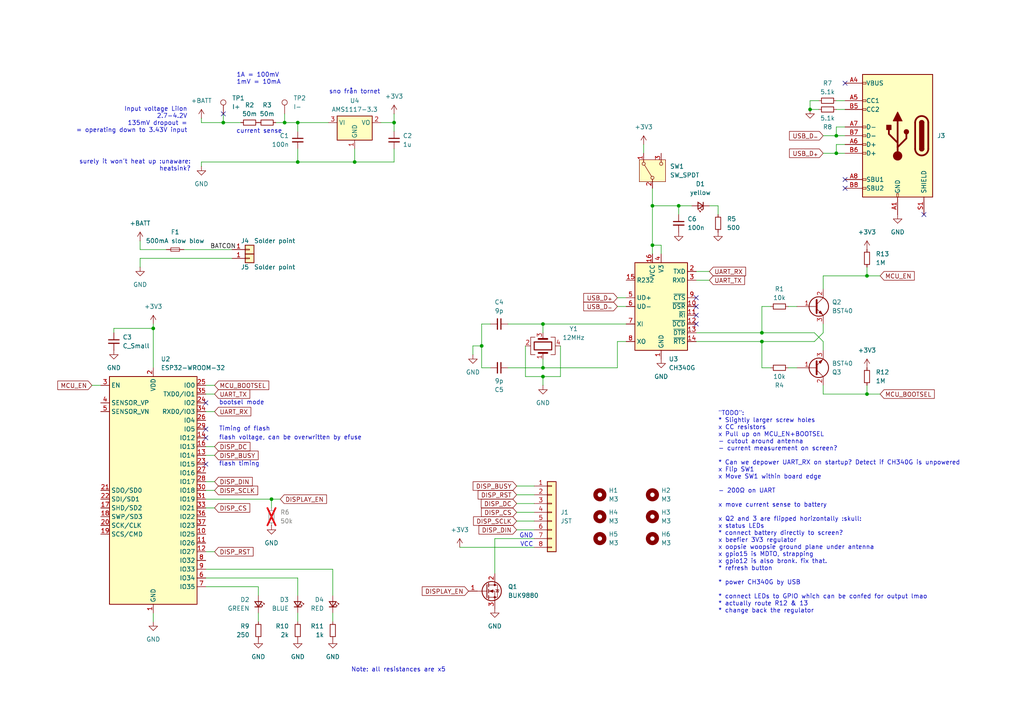
<source format=kicad_sch>
(kicad_sch (version 20231120) (generator "eeschema") (generator_version "8.0")
  (paper "A4")
  (lib_symbols
    (symbol "Connector:TestPoint" (pin_numbers hide) (pin_names (offset 0.762) hide)
      (property "Reference" "TP" (at 0 6.858 0))
      (property "Value" "TestPoint" (at 0 5.08 0))
      (symbol "TestPoint_0_1"
        (circle (center 0 3.302) (radius 0.762))
      )
      (symbol "TestPoint_1_1"
        (pin passive line (at 0 0 90) (length 2.54) (name "1") (number "1"))
      )
    )
    (symbol "Connector:USB_C_Receptacle_USB2.0_16P" (pin_names (offset 1.016))
      (property "Reference" "J" (at 0 22.225 0))
      (property "Value" "USB_C_Receptacle_USB2.0_16P" (at 0 19.685 0))
      (symbol "USB_C_Receptacle_USB2.0_16P_0_0"
        (rectangle (start -0.254 -17.78) (end 0.254 -16.764))
        (rectangle (start 10.16 -14.986) (end 9.144 -15.494))
        (rectangle (start 10.16 -12.446) (end 9.144 -12.954))
        (rectangle (start 10.16 -4.826) (end 9.144 -5.334))
        (rectangle (start 10.16 -2.286) (end 9.144 -2.794))
        (rectangle (start 10.16 0.254) (end 9.144 -0.254))
        (rectangle (start 10.16 2.794) (end 9.144 2.286))
        (rectangle (start 10.16 7.874) (end 9.144 7.366))
        (rectangle (start 10.16 10.414) (end 9.144 9.906))
        (rectangle (start 10.16 15.494) (end 9.144 14.986))
      )
      (symbol "USB_C_Receptacle_USB2.0_16P_0_1"
        (rectangle (start -10.16 17.78) (end 10.16 -17.78) (stroke (width 0.254)) (fill (type background)))
        (arc (start -8.89 -3.81) (mid -6.985 -5.7067) (end -5.08 -3.81) (stroke (width 0.508)))
        (arc (start -7.62 -3.81) (mid -6.985 -4.4423) (end -6.35 -3.81) (stroke (width 0.254)))
        (arc (start -7.62 -3.81) (mid -6.985 -4.4423) (end -6.35 -3.81) (stroke (width 0.254)) (fill (type outline)))
        (rectangle (start -7.62 -3.81) (end -6.35 3.81) (stroke (width 0.254)) (fill (type outline)))
        (arc (start -6.35 3.81) (mid -6.985 4.4423) (end -7.62 3.81) (stroke (width 0.254)))
        (arc (start -6.35 3.81) (mid -6.985 4.4423) (end -7.62 3.81) (stroke (width 0.254)) (fill (type outline)))
        (arc (start -5.08 3.81) (mid -6.985 5.7067) (end -8.89 3.81) (stroke (width 0.508)))
        (circle (center -2.54 1.143) (radius 0.635) (stroke (width 0.254)) (fill (type outline)))
        (circle (center 0 -5.842) (radius 1.27) (fill (type outline)))
        (polyline (pts (xy -8.89 -3.81) (xy -8.89 3.81)) (stroke (width 0.508)))
        (polyline (pts (xy -5.08 3.81) (xy -5.08 -3.81)) (stroke (width 0.508)))
        (polyline (pts (xy 0 -5.842) (xy 0 4.318)) (stroke (width 0.508)))
        (polyline (pts (xy 0 -3.302) (xy -2.54 -0.762) (xy -2.54 0.508)) (stroke (width 0.508)))
        (polyline (pts (xy 0 -2.032) (xy 2.54 0.508) (xy 2.54 1.778)) (stroke (width 0.508)))
        (polyline (pts (xy -1.27 4.318) (xy 0 6.858) (xy 1.27 4.318) (xy -1.27 4.318)) (stroke (width 0.254)) (fill (type outline)))
        (rectangle (start 1.905 1.778) (end 3.175 3.048) (stroke (width 0.254)) (fill (type outline)))
      )
      (symbol "USB_C_Receptacle_USB2.0_16P_1_1"
        (pin passive line (at 0 -22.86 90) (length 5.08) (name "GND") (number "A1"))
        (pin passive line (at 0 -22.86 90) (length 5.08) hide (name "GND") (number "A12"))
        (pin passive line (at 15.24 15.24 180) (length 5.08) (name "VBUS") (number "A4"))
        (pin bidirectional line (at 15.24 10.16 180) (length 5.08) (name "CC1") (number "A5"))
        (pin bidirectional line (at 15.24 -2.54 180) (length 5.08) (name "D+") (number "A6"))
        (pin bidirectional line (at 15.24 2.54 180) (length 5.08) (name "D-") (number "A7"))
        (pin bidirectional line (at 15.24 -12.7 180) (length 5.08) (name "SBU1") (number "A8"))
        (pin passive line (at 15.24 15.24 180) (length 5.08) hide (name "VBUS") (number "A9"))
        (pin passive line (at 0 -22.86 90) (length 5.08) hide (name "GND") (number "B1"))
        (pin passive line (at 0 -22.86 90) (length 5.08) hide (name "GND") (number "B12"))
        (pin passive line (at 15.24 15.24 180) (length 5.08) hide (name "VBUS") (number "B4"))
        (pin bidirectional line (at 15.24 7.62 180) (length 5.08) (name "CC2") (number "B5"))
        (pin bidirectional line (at 15.24 -5.08 180) (length 5.08) (name "D+") (number "B6"))
        (pin bidirectional line (at 15.24 0 180) (length 5.08) (name "D-") (number "B7"))
        (pin bidirectional line (at 15.24 -15.24 180) (length 5.08) (name "SBU2") (number "B8"))
        (pin passive line (at 15.24 15.24 180) (length 5.08) hide (name "VBUS") (number "B9"))
        (pin passive line (at -7.62 -22.86 90) (length 5.08) (name "SHIELD") (number "S1"))
      )
    )
    (symbol "Connector_Generic:Conn_01x01" (pin_names (offset 1.016) hide)
      (property "Reference" "J" (at 0 2.54 0))
      (property "Value" "Conn_01x01" (at 0 -2.54 0))
      (symbol "Conn_01x01_1_1"
        (rectangle (start -1.27 0.127) (end 0 -0.127) (stroke (width 0.1524)))
        (rectangle (start -1.27 1.27) (end 1.27 -1.27) (stroke (width 0.254)) (fill (type background)))
        (pin passive line (at -5.08 0 0) (length 3.81) (name "Pin_1") (number "1"))
      )
    )
    (symbol "Connector_Generic:Conn_01x08" (pin_names (offset 1.016) hide)
      (property "Reference" "J" (at 0 10.16 0))
      (property "Value" "Conn_01x08" (at 0 -12.7 0))
      (symbol "Conn_01x08_1_1"
        (rectangle (start -1.27 -10.033) (end 0 -10.287) (stroke (width 0.1524)))
        (rectangle (start -1.27 -7.493) (end 0 -7.747) (stroke (width 0.1524)))
        (rectangle (start -1.27 -4.953) (end 0 -5.207) (stroke (width 0.1524)))
        (rectangle (start -1.27 -2.413) (end 0 -2.667) (stroke (width 0.1524)))
        (rectangle (start -1.27 0.127) (end 0 -0.127) (stroke (width 0.1524)))
        (rectangle (start -1.27 2.667) (end 0 2.413) (stroke (width 0.1524)))
        (rectangle (start -1.27 5.207) (end 0 4.953) (stroke (width 0.1524)))
        (rectangle (start -1.27 7.747) (end 0 7.493) (stroke (width 0.1524)))
        (rectangle (start -1.27 8.89) (end 1.27 -11.43) (stroke (width 0.254)) (fill (type background)))
        (pin passive line (at -5.08 7.62 0) (length 3.81) (name "Pin_1") (number "1"))
        (pin passive line (at -5.08 5.08 0) (length 3.81) (name "Pin_2") (number "2"))
        (pin passive line (at -5.08 2.54 0) (length 3.81) (name "Pin_3") (number "3"))
        (pin passive line (at -5.08 0 0) (length 3.81) (name "Pin_4") (number "4"))
        (pin passive line (at -5.08 -2.54 0) (length 3.81) (name "Pin_5") (number "5"))
        (pin passive line (at -5.08 -5.08 0) (length 3.81) (name "Pin_6") (number "6"))
        (pin passive line (at -5.08 -7.62 0) (length 3.81) (name "Pin_7") (number "7"))
        (pin passive line (at -5.08 -10.16 0) (length 3.81) (name "Pin_8") (number "8"))
      )
    )
    (symbol "Device:C_Small" (pin_numbers hide) (pin_names (offset 0.254) hide)
      (property "Reference" "C" (at 0.254 1.778 0))
      (property "Value" "C_Small" (at 0.254 -2.032 0))
      (symbol "C_Small_0_1"
        (polyline (pts (xy -1.524 -0.508) (xy 1.524 -0.508)) (stroke (width 0.3302)))
        (polyline (pts (xy -1.524 0.508) (xy 1.524 0.508)) (stroke (width 0.3048)))
      )
      (symbol "C_Small_1_1"
        (pin passive line (at 0 2.54 270) (length 2.032) (name "~") (number "1"))
        (pin passive line (at 0 -2.54 90) (length 2.032) (name "~") (number "2"))
      )
    )
    (symbol "Device:Crystal_GND24" (pin_names (offset 1.016) hide)
      (property "Reference" "Y" (at 3.175 5.08 0))
      (property "Value" "Crystal_GND24" (at 3.175 3.175 0))
      (symbol "Crystal_GND24_0_1"
        (rectangle (start -1.143 2.54) (end 1.143 -2.54) (stroke (width 0.3048)))
        (polyline (pts (xy -2.54 0) (xy -2.032 0)))
        (polyline (pts (xy -2.032 -1.27) (xy -2.032 1.27)) (stroke (width 0.508)))
        (polyline (pts (xy 0 -3.81) (xy 0 -3.556)))
        (polyline (pts (xy 0 3.556) (xy 0 3.81)))
        (polyline (pts (xy 2.032 -1.27) (xy 2.032 1.27)) (stroke (width 0.508)))
        (polyline (pts (xy 2.032 0) (xy 2.54 0)))
        (polyline (pts (xy -2.54 -2.286) (xy -2.54 -3.556) (xy 2.54 -3.556) (xy 2.54 -2.286)))
        (polyline (pts (xy -2.54 2.286) (xy -2.54 3.556) (xy 2.54 3.556) (xy 2.54 2.286)))
      )
      (symbol "Crystal_GND24_1_1"
        (pin passive line (at -3.81 0 0) (length 1.27) (name "1") (number "1"))
        (pin passive line (at 0 5.08 270) (length 1.27) (name "2") (number "2"))
        (pin passive line (at 3.81 0 180) (length 1.27) (name "3") (number "3"))
        (pin passive line (at 0 -5.08 90) (length 1.27) (name "4") (number "4"))
      )
    )
    (symbol "Device:Fuse_Small" (pin_numbers hide) (pin_names (offset 0.254) hide)
      (property "Reference" "F" (at 0 -1.524 0))
      (property "Value" "Fuse_Small" (at 0 1.524 0))
      (symbol "Fuse_Small_0_1"
        (rectangle (start -1.27 0.508) (end 1.27 -0.508))
        (polyline (pts (xy -1.27 0) (xy 1.27 0)))
      )
      (symbol "Fuse_Small_1_1"
        (pin passive line (at -2.54 0 0) (length 1.27) (name "~") (number "1"))
        (pin passive line (at 2.54 0 180) (length 1.27) (name "~") (number "2"))
      )
    )
    (symbol "Device:LED_Small" (pin_numbers hide) (pin_names (offset 0.254) hide)
      (property "Reference" "D" (at -1.27 3.175 0))
      (property "Value" "LED_Small" (at -4.445 -2.54 0))
      (symbol "LED_Small_0_1"
        (polyline (pts (xy -0.762 -1.016) (xy -0.762 1.016)) (stroke (width 0.254)))
        (polyline (pts (xy 1.016 0) (xy -0.762 0)))
        (polyline (pts (xy 0.762 -1.016) (xy -0.762 0) (xy 0.762 1.016) (xy 0.762 -1.016)) (stroke (width 0.254)))
        (polyline (pts (xy 0 0.762) (xy -0.508 1.27) (xy -0.254 1.27) (xy -0.508 1.27) (xy -0.508 1.016)))
        (polyline (pts (xy 0.508 1.27) (xy 0 1.778) (xy 0.254 1.778) (xy 0 1.778) (xy 0 1.524)))
      )
      (symbol "LED_Small_1_1"
        (pin passive line (at -2.54 0 0) (length 1.778) (name "K") (number "1"))
        (pin passive line (at 2.54 0 180) (length 1.778) (name "A") (number "2"))
      )
    )
    (symbol "Device:Q_NPN_BCE" (pin_names (offset 0) hide)
      (property "Reference" "Q" (at 5.08 1.27 0))
      (property "Value" "Q_NPN_BCE" (at 5.08 -1.27 0))
      (symbol "Q_NPN_BCE_0_1"
        (polyline (pts (xy 0.635 0.635) (xy 2.54 2.54)))
        (polyline (pts (xy 0.635 -0.635) (xy 2.54 -2.54) (xy 2.54 -2.54)))
        (polyline (pts (xy 0.635 1.905) (xy 0.635 -1.905) (xy 0.635 -1.905)) (stroke (width 0.508)))
        (polyline (pts (xy 1.27 -1.778) (xy 1.778 -1.27) (xy 2.286 -2.286) (xy 1.27 -1.778) (xy 1.27 -1.778)) (fill (type outline)))
        (circle (center 1.27 0) (radius 2.8194) (stroke (width 0.254)))
      )
      (symbol "Q_NPN_BCE_1_1"
        (pin input line (at -5.08 0 0) (length 5.715) (name "B") (number "1"))
        (pin passive line (at 2.54 5.08 270) (length 2.54) (name "C") (number "2"))
        (pin passive line (at 2.54 -5.08 90) (length 2.54) (name "E") (number "3"))
      )
    )
    (symbol "Device:R_Small" (pin_numbers hide) (pin_names (offset 0.254) hide)
      (property "Reference" "R" (at 0.762 0.508 0))
      (property "Value" "R_Small" (at 0.762 -1.016 0))
      (symbol "R_Small_0_1"
        (rectangle (start -0.762 1.778) (end 0.762 -1.778) (stroke (width 0.2032)))
      )
      (symbol "R_Small_1_1"
        (pin passive line (at 0 2.54 270) (length 0.762) (name "~") (number "1"))
        (pin passive line (at 0 -2.54 90) (length 0.762) (name "~") (number "2"))
      )
    )
    (symbol "Interface_USB:CH340G"
      (property "Reference" "U" (at -5.08 13.97 0))
      (property "Value" "CH340G" (at 1.27 13.97 0))
      (symbol "CH340G_0_1"
        (rectangle (start -7.62 12.7) (end 7.62 -12.7) (stroke (width 0.254)) (fill (type background)))
      )
      (symbol "CH340G_1_1"
        (pin power_in line (at 0 -15.24 90) (length 2.54) (name "GND") (number "1"))
        (pin input line (at 10.16 0 180) (length 2.54) (name "~{DSR}") (number "10"))
        (pin input line (at 10.16 -2.54 180) (length 2.54) (name "~{RI}") (number "11"))
        (pin input line (at 10.16 -5.08 180) (length 2.54) (name "~{DCD}") (number "12"))
        (pin output line (at 10.16 -7.62 180) (length 2.54) (name "~{DTR}") (number "13"))
        (pin output line (at 10.16 -10.16 180) (length 2.54) (name "~{RTS}") (number "14"))
        (pin input line (at -10.16 7.62 0) (length 2.54) (name "R232") (number "15"))
        (pin power_in line (at -2.54 15.24 270) (length 2.54) (name "VCC") (number "16"))
        (pin output line (at 10.16 10.16 180) (length 2.54) (name "TXD") (number "2"))
        (pin input line (at 10.16 7.62 180) (length 2.54) (name "RXD") (number "3"))
        (pin power_out line (at 0 15.24 270) (length 2.54) (name "V3") (number "4"))
        (pin bidirectional line (at -10.16 2.54 0) (length 2.54) (name "UD+") (number "5"))
        (pin bidirectional line (at -10.16 0 0) (length 2.54) (name "UD-") (number "6"))
        (pin input line (at -10.16 -5.08 0) (length 2.54) (name "XI") (number "7"))
        (pin output line (at -10.16 -10.16 0) (length 2.54) (name "XO") (number "8"))
        (pin input line (at 10.16 2.54 180) (length 2.54) (name "~{CTS}") (number "9"))
      )
    )
    (symbol "Mechanical:MountingHole" (pin_names (offset 1.016)) (exclude_from_sim yes) (in_bom no)
      (property "Reference" "H" (at 0 5.08 0))
      (property "Value" "MountingHole" (at 0 3.175 0))
      (symbol "MountingHole_0_1"
        (circle (center 0 0) (radius 1.27) (stroke (width 1.27)))
      )
    )
    (symbol "RF_Module:ESP32-WROOM-32"
      (property "Reference" "U" (at -12.7 34.29 0))
      (property "Value" "ESP32-WROOM-32" (at 1.27 34.29 0))
      (symbol "ESP32-WROOM-32_0_1"
        (rectangle (start -12.7 33.02) (end 12.7 -33.02) (stroke (width 0.254)) (fill (type background)))
      )
      (symbol "ESP32-WROOM-32_1_1"
        (pin power_in line (at 0 -35.56 90) (length 2.54) (name "GND") (number "1"))
        (pin bidirectional line (at 15.24 -12.7 180) (length 2.54) (name "IO25") (number "10"))
        (pin bidirectional line (at 15.24 -15.24 180) (length 2.54) (name "IO26") (number "11"))
        (pin bidirectional line (at 15.24 -17.78 180) (length 2.54) (name "IO27") (number "12"))
        (pin bidirectional line (at 15.24 10.16 180) (length 2.54) (name "IO14") (number "13"))
        (pin bidirectional line (at 15.24 15.24 180) (length 2.54) (name "IO12") (number "14"))
        (pin passive line (at 0 -35.56 90) (length 2.54) hide (name "GND") (number "15"))
        (pin bidirectional line (at 15.24 12.7 180) (length 2.54) (name "IO13") (number "16"))
        (pin bidirectional line (at -15.24 -5.08 0) (length 2.54) (name "SHD/SD2") (number "17"))
        (pin bidirectional line (at -15.24 -7.62 0) (length 2.54) (name "SWP/SD3") (number "18"))
        (pin bidirectional line (at -15.24 -12.7 0) (length 2.54) (name "SCS/CMD") (number "19"))
        (pin power_in line (at 0 35.56 270) (length 2.54) (name "VDD") (number "2"))
        (pin bidirectional line (at -15.24 -10.16 0) (length 2.54) (name "SCK/CLK") (number "20"))
        (pin bidirectional line (at -15.24 0 0) (length 2.54) (name "SDO/SD0") (number "21"))
        (pin bidirectional line (at -15.24 -2.54 0) (length 2.54) (name "SDI/SD1") (number "22"))
        (pin bidirectional line (at 15.24 7.62 180) (length 2.54) (name "IO15") (number "23"))
        (pin bidirectional line (at 15.24 25.4 180) (length 2.54) (name "IO2") (number "24"))
        (pin bidirectional line (at 15.24 30.48 180) (length 2.54) (name "IO0") (number "25"))
        (pin bidirectional line (at 15.24 20.32 180) (length 2.54) (name "IO4") (number "26"))
        (pin bidirectional line (at 15.24 5.08 180) (length 2.54) (name "IO16") (number "27"))
        (pin bidirectional line (at 15.24 2.54 180) (length 2.54) (name "IO17") (number "28"))
        (pin bidirectional line (at 15.24 17.78 180) (length 2.54) (name "IO5") (number "29"))
        (pin input line (at -15.24 30.48 0) (length 2.54) (name "EN") (number "3"))
        (pin bidirectional line (at 15.24 0 180) (length 2.54) (name "IO18") (number "30"))
        (pin bidirectional line (at 15.24 -2.54 180) (length 2.54) (name "IO19") (number "31"))
        (pin no_connect line (at -12.7 -27.94 0) (length 2.54) hide (name "NC") (number "32"))
        (pin bidirectional line (at 15.24 -5.08 180) (length 2.54) (name "IO21") (number "33"))
        (pin bidirectional line (at 15.24 22.86 180) (length 2.54) (name "RXD0/IO3") (number "34"))
        (pin bidirectional line (at 15.24 27.94 180) (length 2.54) (name "TXD0/IO1") (number "35"))
        (pin bidirectional line (at 15.24 -7.62 180) (length 2.54) (name "IO22") (number "36"))
        (pin bidirectional line (at 15.24 -10.16 180) (length 2.54) (name "IO23") (number "37"))
        (pin passive line (at 0 -35.56 90) (length 2.54) hide (name "GND") (number "38"))
        (pin passive line (at 0 -35.56 90) (length 2.54) hide (name "GND") (number "39"))
        (pin input line (at -15.24 25.4 0) (length 2.54) (name "SENSOR_VP") (number "4"))
        (pin input line (at -15.24 22.86 0) (length 2.54) (name "SENSOR_VN") (number "5"))
        (pin input line (at 15.24 -25.4 180) (length 2.54) (name "IO34") (number "6"))
        (pin input line (at 15.24 -27.94 180) (length 2.54) (name "IO35") (number "7"))
        (pin bidirectional line (at 15.24 -20.32 180) (length 2.54) (name "IO32") (number "8"))
        (pin bidirectional line (at 15.24 -22.86 180) (length 2.54) (name "IO33") (number "9"))
      )
    )
    (symbol "Regulator_Linear:AMS1117-3.3"
      (property "Reference" "U" (at -3.81 3.175 0))
      (property "Value" "AMS1117-3.3" (at 0 3.175 0))
      (symbol "AMS1117-3.3_0_1"
        (rectangle (start -5.08 -5.08) (end 5.08 1.905) (stroke (width 0.254)) (fill (type background)))
      )
      (symbol "AMS1117-3.3_1_1"
        (pin power_in line (at 0 -7.62 90) (length 2.54) (name "GND") (number "1"))
        (pin power_out line (at 7.62 0 180) (length 2.54) (name "VO") (number "2"))
        (pin power_in line (at -7.62 0 0) (length 2.54) (name "VI") (number "3"))
      )
    )
    (symbol "Switch:SW_SPDT" (pin_names (offset 0) hide)
      (property "Reference" "SW" (at 0 5.08 0))
      (property "Value" "SW_SPDT" (at 0 -5.08 0))
      (symbol "SW_SPDT_0_1"
        (circle (center -2.032 0) (radius 0.4572))
        (polyline (pts (xy -1.651 0.254) (xy 1.651 2.286)))
        (circle (center 2.032 -2.54) (radius 0.4572))
        (circle (center 2.032 2.54) (radius 0.4572))
      )
      (symbol "SW_SPDT_1_1"
        (rectangle (start -3.175 3.81) (end 3.175 -3.81) (fill (type background)))
        (pin passive line (at 5.08 2.54 180) (length 2.54) (name "A") (number "1"))
        (pin passive line (at -5.08 0 0) (length 2.54) (name "B") (number "2"))
        (pin passive line (at 5.08 -2.54 180) (length 2.54) (name "C") (number "3"))
      )
    )
    (symbol "Transistor_FET:BUK9832-55A" (pin_names hide)
      (property "Reference" "Q" (at 5.08 1.905 0))
      (property "Value" "BUK9832-55A" (at 5.08 0 0))
      (symbol "BUK9832-55A_0_1"
        (polyline (pts (xy 0.254 0) (xy -2.54 0)))
        (polyline (pts (xy 0.254 1.905) (xy 0.254 -1.905)) (stroke (width 0.254)))
        (polyline (pts (xy 0.762 -1.27) (xy 0.762 -2.286)) (stroke (width 0.254)))
        (polyline (pts (xy 0.762 0.508) (xy 0.762 -0.508)) (stroke (width 0.254)))
        (polyline (pts (xy 0.762 2.286) (xy 0.762 1.27)) (stroke (width 0.254)))
        (polyline (pts (xy 2.54 2.54) (xy 2.54 1.778)))
        (polyline (pts (xy 2.54 -2.54) (xy 2.54 0) (xy 0.762 0)))
        (polyline (pts (xy 0.762 -1.778) (xy 3.302 -1.778) (xy 3.302 1.778) (xy 0.762 1.778)))
        (polyline (pts (xy 1.016 0) (xy 2.032 0.381) (xy 2.032 -0.381) (xy 1.016 0)) (fill (type outline)))
        (polyline (pts (xy 2.794 0.508) (xy 2.921 0.381) (xy 3.683 0.381) (xy 3.81 0.254)))
        (polyline (pts (xy 3.302 0.381) (xy 2.921 -0.254) (xy 3.683 -0.254) (xy 3.302 0.381)))
        (circle (center 1.651 0) (radius 2.794) (stroke (width 0.254)))
        (circle (center 2.54 -1.778) (radius 0.254) (fill (type outline)))
        (circle (center 2.54 1.778) (radius 0.254) (fill (type outline)))
      )
      (symbol "BUK9832-55A_1_1"
        (pin input line (at -5.08 0 0) (length 2.54) (name "G") (number "1"))
        (pin passive line (at 2.54 5.08 270) (length 2.54) (name "D") (number "2"))
        (pin passive line (at 2.54 -5.08 90) (length 2.54) (name "S") (number "3"))
      )
    )
    (symbol "power:+3V3" (power) (pin_numbers hide) (pin_names (offset 0) hide)
      (property "Value" "+3V3" (at 0 3.556 0))
      (symbol "+3V3_0_1"
        (polyline (pts (xy -0.762 1.27) (xy 0 2.54)))
        (polyline (pts (xy 0 0) (xy 0 2.54)))
        (polyline (pts (xy 0 2.54) (xy 0.762 1.27)))
      )
      (symbol "+3V3_1_1"
        (pin power_in line (at 0 0 90) (length 0) (name "~") (number "1"))
      )
    )
    (symbol "power:+BATT" (power) (pin_numbers hide) (pin_names (offset 0) hide)
      (property "Value" "+BATT" (at 0 3.556 0))
      (symbol "+BATT_0_1"
        (polyline (pts (xy -0.762 1.27) (xy 0 2.54)))
        (polyline (pts (xy 0 0) (xy 0 2.54)))
        (polyline (pts (xy 0 2.54) (xy 0.762 1.27)))
      )
      (symbol "+BATT_1_1"
        (pin power_in line (at 0 0 90) (length 0) (name "~") (number "1"))
      )
    )
    (symbol "power:GND" (power) (pin_numbers hide) (pin_names (offset 0) hide)
      (property "Value" "GND" (at 0 -3.81 0))
      (symbol "GND_0_1"
        (polyline (pts (xy 0 0) (xy 0 -1.27) (xy 1.27 -1.27) (xy 0 -2.54) (xy -1.27 -1.27) (xy 0 -1.27)))
      )
      (symbol "GND_1_1"
        (pin power_in line (at 0 0 270) (length 0) (name "~") (number "1"))
      )
    )
  )
  (junction (at 251.46 80.01))
  (junction (at 242.57 39.37))
  (junction (at 189.23 59.69))
  (junction (at 64.77 35.56))
  (junction (at 196.85 59.69))
  (junction (at 44.45 95.25))
  (junction (at 82.55 35.56))
  (junction (at 78.74 144.78))
  (junction (at 139.7 100.33))
  (junction (at 234.95 31.75))
  (junction (at 157.48 109.22))
  (junction (at 251.46 114.3))
  (junction (at 157.48 93.98))
  (junction (at 102.87 46.99))
  (junction (at 220.98 96.52))
  (junction (at 114.3 35.56))
  (junction (at 242.57 44.45))
  (junction (at 220.98 99.06))
  (junction (at 189.23 71.12))
  (junction (at 86.36 35.56))
  (junction (at 157.48 106.68))
  (junction (at 86.36 46.99))
  (no_connect (at 267.97 62.23))
  (no_connect (at 59.69 124.46))
  (no_connect (at 201.93 91.44))
  (no_connect (at 245.11 24.13))
  (no_connect (at 59.69 116.84))
  (no_connect (at 245.11 54.61))
  (no_connect (at 201.93 86.36))
  (no_connect (at 64.77 33.02))
  (no_connect (at 201.93 93.98))
  (no_connect (at 59.69 127))
  (no_connect (at 59.69 134.62))
  (no_connect (at 201.93 88.9))
  (no_connect (at 245.11 52.07))
  (wire (pts (xy 236.22 96.52) (xy 238.76 99.06)))
  (wire (pts (xy 179.07 88.9) (xy 181.61 88.9)))
  (wire (pts (xy 242.57 44.45) (xy 242.57 41.91)))
  (wire (pts (xy 179.07 99.06) (xy 181.61 99.06)))
  (wire (pts (xy 86.36 35.56) (xy 95.25 35.56)))
  (wire (pts (xy 102.87 43.18) (xy 102.87 46.99)))
  (wire (pts (xy 40.64 69.85) (xy 40.64 72.39)))
  (wire (pts (xy 44.45 95.25) (xy 44.45 106.68)))
  (wire (pts (xy 157.48 106.68) (xy 157.48 104.14)))
  (wire (pts (xy 114.3 43.18) (xy 114.3 46.99)))
  (wire (pts (xy 149.86 140.97) (xy 154.94 140.97)))
  (wire (pts (xy 149.86 148.59) (xy 154.94 148.59)))
  (wire (pts (xy 251.46 80.01) (xy 238.76 80.01)))
  (wire (pts (xy 62.23 119.38) (xy 59.69 119.38)))
  (wire (pts (xy 96.52 177.8) (xy 96.52 180.34)))
  (wire (pts (xy 62.23 139.7) (xy 59.69 139.7)))
  (wire (pts (xy 234.95 31.75) (xy 237.49 31.75)))
  (wire (pts (xy 149.86 151.13) (xy 154.94 151.13)))
  (wire (pts (xy 62.23 111.76) (xy 59.69 111.76)))
  (wire (pts (xy 149.86 143.51) (xy 154.94 143.51)))
  (wire (pts (xy 220.98 99.06) (xy 220.98 106.68)))
  (wire (pts (xy 242.57 31.75) (xy 245.11 31.75)))
  (wire (pts (xy 147.32 106.68) (xy 157.48 106.68)))
  (wire (pts (xy 59.69 165.1) (xy 96.52 165.1)))
  (wire (pts (xy 80.01 35.56) (xy 82.55 35.56)))
  (wire (pts (xy 64.77 33.02) (xy 64.77 35.56)))
  (wire (pts (xy 242.57 39.37) (xy 242.57 36.83)))
  (wire (pts (xy 62.23 132.08) (xy 59.69 132.08)))
  (wire (pts (xy 62.23 114.3) (xy 59.69 114.3)))
  (wire (pts (xy 238.76 80.01) (xy 238.76 83.82)))
  (wire (pts (xy 137.16 100.33) (xy 137.16 102.87)))
  (wire (pts (xy 201.93 99.06) (xy 220.98 99.06)))
  (wire (pts (xy 44.45 95.25) (xy 33.02 95.25)))
  (wire (pts (xy 201.93 81.28) (xy 205.74 81.28)))
  (wire (pts (xy 53.34 72.39) (xy 67.31 72.39)))
  (wire (pts (xy 102.87 46.99) (xy 86.36 46.99)))
  (wire (pts (xy 236.22 99.06) (xy 238.76 96.52)))
  (wire (pts (xy 157.48 96.52) (xy 157.48 93.98)))
  (wire (pts (xy 208.28 62.23) (xy 208.28 59.69)))
  (wire (pts (xy 157.48 106.68) (xy 179.07 106.68)))
  (wire (pts (xy 139.7 93.98) (xy 139.7 100.33)))
  (wire (pts (xy 189.23 59.69) (xy 196.85 59.69)))
  (wire (pts (xy 58.42 35.56) (xy 64.77 35.56)))
  (wire (pts (xy 86.36 177.8) (xy 86.36 180.34)))
  (wire (pts (xy 86.36 43.18) (xy 86.36 46.99)))
  (wire (pts (xy 40.64 72.39) (xy 48.26 72.39)))
  (wire (pts (xy 179.07 86.36) (xy 181.61 86.36)))
  (wire (pts (xy 114.3 33.02) (xy 114.3 35.56)))
  (wire (pts (xy 44.45 93.98) (xy 44.45 95.25)))
  (wire (pts (xy 201.93 78.74) (xy 205.74 78.74)))
  (wire (pts (xy 82.55 33.02) (xy 82.55 35.56)))
  (wire (pts (xy 133.35 158.75) (xy 154.94 158.75)))
  (wire (pts (xy 33.02 95.25) (xy 33.02 96.52)))
  (wire (pts (xy 220.98 96.52) (xy 236.22 96.52)))
  (wire (pts (xy 191.77 73.66) (xy 191.77 71.12)))
  (wire (pts (xy 110.49 35.56) (xy 114.3 35.56)))
  (wire (pts (xy 242.57 41.91) (xy 245.11 41.91)))
  (wire (pts (xy 74.93 170.18) (xy 74.93 172.72)))
  (wire (pts (xy 59.69 144.78) (xy 78.74 144.78)))
  (wire (pts (xy 154.94 156.21) (xy 143.51 156.21)))
  (wire (pts (xy 234.95 29.21) (xy 234.95 31.75)))
  (wire (pts (xy 196.85 59.69) (xy 200.66 59.69)))
  (wire (pts (xy 86.36 167.64) (xy 86.36 172.72)))
  (wire (pts (xy 201.93 96.52) (xy 220.98 96.52)))
  (wire (pts (xy 59.69 167.64) (xy 86.36 167.64)))
  (wire (pts (xy 189.23 71.12) (xy 189.23 73.66)))
  (wire (pts (xy 62.23 129.54) (xy 59.69 129.54)))
  (wire (pts (xy 96.52 165.1) (xy 96.52 172.72)))
  (wire (pts (xy 208.28 59.69) (xy 205.74 59.69)))
  (wire (pts (xy 179.07 106.68) (xy 179.07 99.06)))
  (wire (pts (xy 186.69 41.91) (xy 186.69 44.45)))
  (wire (pts (xy 189.23 54.61) (xy 189.23 59.69)))
  (wire (pts (xy 62.23 160.02) (xy 59.69 160.02)))
  (wire (pts (xy 44.45 177.8) (xy 44.45 180.34)))
  (wire (pts (xy 220.98 88.9) (xy 220.98 96.52)))
  (wire (pts (xy 152.4 109.22) (xy 157.48 109.22)))
  (wire (pts (xy 139.7 100.33) (xy 139.7 106.68)))
  (wire (pts (xy 242.57 36.83) (xy 245.11 36.83)))
  (wire (pts (xy 238.76 114.3) (xy 238.76 111.76)))
  (wire (pts (xy 86.36 35.56) (xy 86.36 38.1)))
  (wire (pts (xy 238.76 93.98) (xy 238.76 96.52)))
  (wire (pts (xy 255.27 114.3) (xy 251.46 114.3)))
  (wire (pts (xy 157.48 93.98) (xy 181.61 93.98)))
  (wire (pts (xy 58.42 46.99) (xy 58.42 48.26)))
  (wire (pts (xy 137.16 100.33) (xy 139.7 100.33)))
  (wire (pts (xy 40.64 74.93) (xy 67.31 74.93)))
  (wire (pts (xy 238.76 39.37) (xy 242.57 39.37)))
  (wire (pts (xy 40.64 77.47) (xy 40.64 74.93)))
  (wire (pts (xy 58.42 34.29) (xy 58.42 35.56)))
  (wire (pts (xy 62.23 142.24) (xy 59.69 142.24)))
  (wire (pts (xy 238.76 99.06) (xy 238.76 101.6)))
  (wire (pts (xy 162.56 100.33) (xy 162.56 109.22)))
  (wire (pts (xy 238.76 44.45) (xy 242.57 44.45)))
  (wire (pts (xy 228.6 106.68) (xy 231.14 106.68)))
  (wire (pts (xy 59.69 170.18) (xy 74.93 170.18)))
  (wire (pts (xy 147.32 93.98) (xy 157.48 93.98)))
  (wire (pts (xy 143.51 156.21) (xy 143.51 166.37)))
  (wire (pts (xy 251.46 77.47) (xy 251.46 80.01)))
  (wire (pts (xy 64.77 35.56) (xy 69.85 35.56)))
  (wire (pts (xy 242.57 44.45) (xy 245.11 44.45)))
  (wire (pts (xy 157.48 109.22) (xy 157.48 111.76)))
  (wire (pts (xy 139.7 106.68) (xy 142.24 106.68)))
  (wire (pts (xy 191.77 71.12) (xy 189.23 71.12)))
  (wire (pts (xy 114.3 35.56) (xy 114.3 38.1)))
  (wire (pts (xy 86.36 46.99) (xy 58.42 46.99)))
  (wire (pts (xy 74.93 177.8) (xy 74.93 180.34)))
  (wire (pts (xy 251.46 114.3) (xy 238.76 114.3)))
  (wire (pts (xy 251.46 111.76) (xy 251.46 114.3)))
  (wire (pts (xy 78.74 144.78) (xy 78.74 147.32)))
  (wire (pts (xy 26.67 111.76) (xy 29.21 111.76)))
  (wire (pts (xy 242.57 29.21) (xy 245.11 29.21)))
  (wire (pts (xy 149.86 153.67) (xy 154.94 153.67)))
  (wire (pts (xy 196.85 62.23) (xy 196.85 59.69)))
  (wire (pts (xy 152.4 100.33) (xy 152.4 109.22)))
  (wire (pts (xy 82.55 35.56) (xy 86.36 35.56)))
  (wire (pts (xy 228.6 88.9) (xy 231.14 88.9)))
  (wire (pts (xy 223.52 106.68) (xy 220.98 106.68)))
  (wire (pts (xy 78.74 144.78) (xy 81.28 144.78)))
  (wire (pts (xy 220.98 88.9) (xy 223.52 88.9)))
  (wire (pts (xy 237.49 29.21) (xy 234.95 29.21)))
  (wire (pts (xy 139.7 93.98) (xy 142.24 93.98)))
  (wire (pts (xy 220.98 99.06) (xy 236.22 99.06)))
  (wire (pts (xy 149.86 146.05) (xy 154.94 146.05)))
  (wire (pts (xy 242.57 39.37) (xy 245.11 39.37)))
  (wire (pts (xy 102.87 46.99) (xy 114.3 46.99)))
  (wire (pts (xy 157.48 109.22) (xy 162.56 109.22)))
  (wire (pts (xy 255.27 80.01) (xy 251.46 80.01)))
  (wire (pts (xy 189.23 59.69) (xy 189.23 71.12)))
  (wire (pts (xy 62.23 147.32) (xy 59.69 147.32)))
  (text "GND" (at 150.622 154.686 0) (effects (font (size 1.27 1.27)) (justify left top)))
  (text "1A = 100mV\n1mV = 10mA" (at 68.58 22.86 0) (effects (font (size 1.27 1.27)) (justify left)))
  (text "VCC" (at 154.686 157.226 0) (effects (font (size 1.27 1.27)) (justify right top)))
  (text "current sense" (at 75.184 38.1 0) (effects (font (size 1.27 1.27))))
  (text "flash timing" (at 63.5 134.62 0) (effects (font (size 1.27 1.27)) (justify left)))
  (text "surely it won't heat up :unaware:\nheatsink?" (at 55.372 48.006 0) (effects (font (size 1.27 1.27)) (justify right)))
  (text "sno från tornet" (at 102.87 26.67 0) (effects (font (size 1.27 1.27))))
  (text "bootsel mode" (at 63.5 116.84 0) (effects (font (size 1.27 1.27)) (justify left)))
  (text "\"TODO\":\n* Slightly larger screw holes\nx CC resistors\nx Pull up on MCU_EN+BOOTSEL\n- cutout around antenna\n- current measurement on screen?\n\n* Can we depower UART_RX on startup? Detect if CH340G is unpowered\nx Flip SW1\nx Move SW1 within board edge\n\n- 200Ω on UART\n\nx move current sense to battery\n\nx Q2 and 3 are flipped horizontally :skull:\nx status LEDs\n* connect battery directly to screen?\nx beefier 3V3 regulator\nx oopsie woopsie ground plane under antenna\nx gpio15 is MDTO, strapping\nx gpio12 is also bronk. fix that.\n* refresh button\n\n* power CH340G by USB\n\n* connect LEDs to GPIO which can be confed for output lmao\n* actually route R12 & 13\n* change back the regulator" (at 208.28 148.59 0) (effects (font (size 1.27 1.27)) (justify left)))
  (text "Note: all resistances are x5" (at 115.57 194.31 0) (effects (font (size 1.27 1.27))))
  (text "flash voltage, can be overwritten by efuse" (at 63.5 127 0) (effects (font (size 1.27 1.27)) (justify left)))
  (text "Timing of flash" (at 63.5 124.46 0) (effects (font (size 1.27 1.27)) (justify left)))
  (text "Input voltage LiIon\n2.7-4.2V\n135mV dropout =\n= operating down to 3.43V input" (at 54.356 34.798 0) (effects (font (size 1.27 1.27)) (justify right)))
  (label "BATCON" (at 60.96 72.39 0))
  (global_label "DISP_DIN" (shape input) (at 149.86 153.67 180) (property "Intersheetrefs" "${INTERSHEET_REFS}" (effects (hide yes))))
  (global_label "UART_RX" (shape input) (at 62.23 119.38 0) (property "Intersheetrefs" "${INTERSHEET_REFS}" (effects (hide yes))))
  (global_label "MCU_BOOTSEL" (shape input) (at 255.27 114.3 0) (property "Intersheetrefs" "${INTERSHEET_REFS}" (effects (hide yes))))
  (global_label "UART_TX" (shape input) (at 205.74 81.28 0) (property "Intersheetrefs" "${INTERSHEET_REFS}" (effects (hide yes))))
  (global_label "USB_D_{-}" (shape input) (at 238.76 39.37 180) (property "Intersheetrefs" "${INTERSHEET_REFS}" (effects (hide yes))))
  (global_label "DISP_RST" (shape input) (at 149.86 143.51 180) (property "Intersheetrefs" "${INTERSHEET_REFS}" (effects (hide yes))))
  (global_label "DISP_DC" (shape input) (at 62.23 129.54 0) (property "Intersheetrefs" "${INTERSHEET_REFS}" (effects (hide yes))))
  (global_label "DISP_CS" (shape input) (at 149.86 148.59 180) (property "Intersheetrefs" "${INTERSHEET_REFS}" (effects (hide yes))))
  (global_label "DISP_BUSY" (shape input) (at 62.23 132.08 0) (property "Intersheetrefs" "${INTERSHEET_REFS}" (effects (hide yes))))
  (global_label "UART_TX" (shape input) (at 62.23 114.3 0) (property "Intersheetrefs" "${INTERSHEET_REFS}" (effects (hide yes))))
  (global_label "DISP_DC" (shape input) (at 149.86 146.05 180) (property "Intersheetrefs" "${INTERSHEET_REFS}" (effects (hide yes))))
  (global_label "DISPLAY_EN" (shape input) (at 81.28 144.78 0) (property "Intersheetrefs" "${INTERSHEET_REFS}" (effects (hide yes))))
  (global_label "DISP_DIN" (shape input) (at 62.23 139.7 0) (property "Intersheetrefs" "${INTERSHEET_REFS}" (effects (hide yes))))
  (global_label "MCU_BOOTSEL" (shape input) (at 62.23 111.76 0) (property "Intersheetrefs" "${INTERSHEET_REFS}" (effects (hide yes))))
  (global_label "MCU_EN" (shape input) (at 26.67 111.76 180) (property "Intersheetrefs" "${INTERSHEET_REFS}" (effects (hide yes))))
  (global_label "USB_D_{-}" (shape input) (at 179.07 88.9 180) (property "Intersheetrefs" "${INTERSHEET_REFS}" (effects (hide yes))))
  (global_label "USB_D_{+}" (shape input) (at 179.07 86.36 180) (property "Intersheetrefs" "${INTERSHEET_REFS}" (effects (hide yes))))
  (global_label "DISP_SCLK" (shape input) (at 149.86 151.13 180) (property "Intersheetrefs" "${INTERSHEET_REFS}" (effects (hide yes))))
  (global_label "MCU_EN" (shape input) (at 255.27 80.01 0) (property "Intersheetrefs" "${INTERSHEET_REFS}" (effects (hide yes))))
  (global_label "DISP_SCLK" (shape input) (at 62.23 142.24 0) (property "Intersheetrefs" "${INTERSHEET_REFS}" (effects (hide yes))))
  (global_label "DISP_RST" (shape input) (at 62.23 160.02 0) (property "Intersheetrefs" "${INTERSHEET_REFS}" (effects (hide yes))))
  (global_label "DISP_CS" (shape input) (at 62.23 147.32 0) (property "Intersheetrefs" "${INTERSHEET_REFS}" (effects (hide yes))))
  (global_label "USB_D_{+}" (shape input) (at 238.76 44.45 180) (property "Intersheetrefs" "${INTERSHEET_REFS}" (effects (hide yes))))
  (global_label "DISP_BUSY" (shape input) (at 149.86 140.97 180) (property "Intersheetrefs" "${INTERSHEET_REFS}" (effects (hide yes))))
  (global_label "UART_RX" (shape input) (at 205.74 78.74 0) (property "Intersheetrefs" "${INTERSHEET_REFS}" (effects (hide yes))))
  (global_label "DISPLAY_EN" (shape input) (at 135.89 171.45 180) (property "Intersheetrefs" "${INTERSHEET_REFS}" (effects (hide yes))))
  (symbol (lib_id "Device:Crystal_GND24") (at 157.48 100.33 90) (unit 1)
    (property "Reference" "Y1" (at 166.37 95.3768 90))
    (property "Value" "12MHz" (at 166.37 97.9168 90))
    (property "Footprint" "Crystal:Crystal_SMD_3225-4Pin_3.2x2.5mm_HandSoldering" (effects (hide yes)))
    (property "Description" "Four pin crystal, GND on pins 2 and 4" (effects (hide yes)))
  )
  (symbol (lib_id "power:+3V3") (at 133.35 158.75 0) (unit 1)
    (property "Reference" "#PWR010" (effects (hide yes)))
    (property "Value" "+3V3" (at 133.35 153.67 0))
    (property "Description" "Power symbol creates a global label with name \"+3V3\"" (effects (hide yes)))
  )
  (symbol (lib_id "Device:R_Small") (at 251.46 109.22 0) (unit 1)
    (property "Reference" "R12" (at 254 107.9499 0) (effects (justify left)))
    (property "Value" "1M" (at 254 110.4899 0) (effects (justify left)))
    (property "Description" "Resistor, small symbol" (effects (hide yes)))
  )
  (symbol (lib_id "Switch:SW_SPDT") (at 189.23 49.53 90) (unit 1)
    (property "Reference" "SW1" (at 194.31 48.2599 90) (effects (justify right)))
    (property "Value" "SW_SPDT" (at 194.31 50.7999 90) (effects (justify right)))
    (property "Footprint" "Connector_PinHeader_2.54mm:PinHeader_1x03_P2.54mm_Horizontal" (effects (hide yes)))
    (property "Description" "Switch, single pole double throw" (effects (hide yes)))
  )
  (symbol (lib_id "power:+BATT") (at 58.42 34.29 0) (unit 1)
    (property "Reference" "#PWR01" (effects (hide yes)))
    (property "Value" "+BATT" (at 58.42 29.21 0))
    (property "Description" "Power symbol creates a global label with name \"+BATT\"" (effects (hide yes)))
  )
  (symbol (lib_id "power:GND") (at 191.77 104.14 0) (unit 1)
    (property "Reference" "#PWR018" (effects (hide yes)))
    (property "Value" "GND" (at 191.77 109.22 0))
    (property "Description" "Power symbol creates a global label with name \"GND\" , ground" (effects (hide yes)))
  )
  (symbol (lib_id "power:GND") (at 96.52 185.42 0) (unit 1)
    (property "Reference" "#PWR022" (effects (hide yes)))
    (property "Value" "GND" (at 96.52 190.5 0))
    (property "Description" "Power symbol creates a global label with name \"GND\" , ground" (effects (hide yes)))
  )
  (symbol (lib_id "Connector:TestPoint") (at 64.77 33.02 0) (mirror y) (unit 1)
    (property "Reference" "TP1" (at 67.31 28.4479 0) (effects (justify right)))
    (property "Value" "I+" (at 67.31 30.9879 0) (effects (justify right)))
    (property "Footprint" "TestPoint:TestPoint_Bridge_Pitch3.81mm_Drill1.3mm" (effects (hide yes)))
    (property "Description" "test point" (effects (hide yes)))
  )
  (symbol (lib_id "power:+BATT") (at 40.64 69.85 0) (unit 1)
    (property "Reference" "#PWR09" (effects (hide yes)))
    (property "Value" "+BATT" (at 40.64 64.77 0))
    (property "Description" "Power symbol creates a global label with name \"+BATT\"" (effects (hide yes)))
  )
  (symbol (lib_id "power:GND") (at 208.28 67.31 0) (unit 1)
    (property "Reference" "#PWR06" (effects (hide yes)))
    (property "Value" "GND" (effects (hide yes)))
    (property "Description" "Power symbol creates a global label with name \"GND\" , ground" (effects (hide yes)))
  )
  (symbol (lib_id "Connector_Generic:Conn_01x08") (at 160.02 148.59 0) (unit 1)
    (property "Reference" "J1" (at 162.56 148.5899 0) (effects (justify left)))
    (property "Value" "JST" (at 162.56 151.1299 0) (effects (justify left)))
    (property "Footprint" "Connector_JST:JST_PH_B8B-PH-SM4-TB_1x08-1MP_P2.00mm_Vertical" (effects (hide yes)))
    (property "Description" "Generic connector, single row, 01x08, script generated (kicad-library-utils/schlib/autogen/connector/)" (effects (hide yes)))
  )
  (symbol (lib_id "Regulator_Linear:AMS1117-3.3") (at 102.87 35.56 0) (unit 1)
    (property "Reference" "U4" (at 102.87 29.21 0))
    (property "Value" "AMS1117-3.3" (at 102.87 31.75 0))
    (property "Footprint" "Package_TO_SOT_SMD:SOT-223-3_TabPin2" (effects (hide yes)))
    (property "Datasheet" "http://www.advanced-monolithic.com/pdf/ds1117.pdf" (effects (hide yes)))
    (property "Description" "1A Low Dropout regulator, positive, 3.3V fixed output, SOT-223" (effects (hide yes)))
  )
  (symbol (lib_id "Device:R_Small") (at 226.06 88.9 90) (mirror x) (unit 1)
    (property "Reference" "R1" (at 226.06 83.82 90))
    (property "Value" "10k" (at 226.06 86.36 90))
    (property "Footprint" "Resistor_SMD:R_0603_1608Metric_Pad0.98x0.95mm_HandSolder" (effects (hide yes)))
    (property "Description" "Resistor, small symbol" (effects (hide yes)))
  )
  (symbol (lib_id "Device:C_Small") (at 114.3 40.64 0) (mirror y) (unit 1)
    (property "Reference" "C2" (at 116.84 39.3762 0) (effects (justify right)))
    (property "Value" "1u" (at 116.84 41.9162 0) (effects (justify right)))
    (property "Footprint" "Capacitor_SMD:C_0603_1608Metric_Pad1.08x0.95mm_HandSolder" (effects (hide yes)))
    (property "Description" "Unpolarized capacitor, small symbol" (effects (hide yes)))
  )
  (symbol (lib_id "Connector_Generic:Conn_01x01") (at 72.39 72.39 0) (unit 1)
    (property "Reference" "J4" (at 69.85 69.85 0) (effects (justify left)))
    (property "Value" "Solder point" (at 73.66 69.85 0) (effects (justify left)))
    (property "Footprint" "TestPoint:TestPoint_Keystone_5019_Minature" (effects (hide yes)))
    (property "Description" "Generic connector, single row, 01x01, script generated (kicad-library-utils/schlib/autogen/connector/)" (effects (hide yes)))
  )
  (symbol (lib_id "power:+3V3") (at 114.3 33.02 0) (unit 1)
    (property "Reference" "#PWR03" (effects (hide yes)))
    (property "Value" "+3V3" (at 114.3 27.94 0))
    (property "Description" "Power symbol creates a global label with name \"+3V3\"" (effects (hide yes)))
  )
  (symbol (lib_id "Device:R_Small") (at 240.03 29.21 90) (unit 1)
    (property "Reference" "R7" (at 240.03 24.13 90))
    (property "Value" "5.1k" (at 240.03 26.67 90))
    (property "Footprint" "Resistor_SMD:R_0603_1608Metric_Pad0.98x0.95mm_HandSolder" (effects (hide yes)))
    (property "Description" "Resistor, small symbol" (effects (hide yes)))
  )
  (symbol (lib_id "Device:R_Small") (at 78.74 149.86 0) (unit 1) (dnp yes)
    (property "Reference" "R6" (at 81.28 148.5899 0) (effects (justify left)))
    (property "Value" "50k" (at 81.28 151.1299 0) (effects (justify left)))
    (property "Footprint" "Resistor_SMD:R_0603_1608Metric_Pad0.98x0.95mm_HandSolder" (effects (hide yes)))
    (property "Description" "Resistor, small symbol" (effects (hide yes)))
  )
  (symbol (lib_id "power:GND") (at 137.16 102.87 0) (unit 1)
    (property "Reference" "#PWR014" (effects (hide yes)))
    (property "Value" "GND" (at 137.16 107.95 0))
    (property "Description" "Power symbol creates a global label with name \"GND\" , ground" (effects (hide yes)))
  )
  (symbol (lib_id "Connector:TestPoint") (at 82.55 33.02 0) (mirror y) (unit 1)
    (property "Reference" "TP2" (at 85.09 28.4479 0) (effects (justify right)))
    (property "Value" "I-" (at 85.09 30.9879 0) (effects (justify right)))
    (property "Footprint" "TestPoint:TestPoint_Bridge_Pitch3.81mm_Drill1.3mm" (effects (hide yes)))
    (property "Description" "test point" (effects (hide yes)))
  )
  (symbol (lib_id "power:GND") (at 86.36 185.42 0) (unit 1)
    (property "Reference" "#PWR021" (effects (hide yes)))
    (property "Value" "GND" (at 86.36 190.5 0))
    (property "Description" "Power symbol creates a global label with name \"GND\" , ground" (effects (hide yes)))
  )
  (symbol (lib_id "Device:C_Small") (at 196.85 64.77 0) (unit 1)
    (property "Reference" "C6" (at 199.39 63.5062 0) (effects (justify left)))
    (property "Value" "100n" (at 199.39 66.0462 0) (effects (justify left)))
    (property "Footprint" "Capacitor_SMD:C_0603_1608Metric_Pad1.08x0.95mm_HandSolder" (effects (hide yes)))
    (property "Description" "Unpolarized capacitor, small symbol" (effects (hide yes)))
  )
  (symbol (lib_id "power:GND") (at 234.95 31.75 0) (unit 1)
    (property "Reference" "#PWR020" (effects (hide yes)))
    (property "Value" "GND" (effects (hide yes)))
    (property "Description" "Power symbol creates a global label with name \"GND\" , ground" (effects (hide yes)))
  )
  (symbol (lib_id "Mechanical:MountingHole") (at 173.99 143.51 0) (unit 1) (exclude_from_sim yes) (in_bom no)
    (property "Reference" "H1" (at 176.53 142.2399 0) (effects (justify left)))
    (property "Value" "M3" (at 176.53 144.7799 0) (effects (justify left)))
    (property "Footprint" "MountingHole:MountingHole_3.2mm_M3" (effects (hide yes)))
    (property "Description" "Mounting Hole without connection" (effects (hide yes)))
  )
  (symbol (lib_id "Interface_USB:CH340G") (at 191.77 88.9 0) (unit 1)
    (property "Reference" "U3" (at 193.9641 104.14 0) (effects (justify left)))
    (property "Value" "CH340G" (at 193.9641 106.68 0) (effects (justify left)))
    (property "Footprint" "Package_SO:SOIC-16_3.9x9.9mm_P1.27mm" (effects (hide yes)))
    (property "Datasheet" "http://www.datasheet5.com/pdf-local-2195953" (effects (hide yes)))
    (property "Description" "USB serial converter, UART, SOIC-16" (effects (hide yes)))
  )
  (symbol (lib_id "Device:LED_Small") (at 86.36 175.26 270) (mirror x) (unit 1)
    (property "Reference" "D3" (at 83.82 173.9264 90) (effects (justify right)))
    (property "Value" "BLUE" (at 83.82 176.4664 90) (effects (justify right)))
    (property "Footprint" "LED_SMD:LED_0603_1608Metric_Pad1.05x0.95mm_HandSolder" (effects (hide yes)))
    (property "Description" "Light emitting diode, small symbol" (effects (hide yes)))
  )
  (symbol (lib_id "Device:R_Small") (at 74.93 182.88 0) (mirror y) (unit 1)
    (property "Reference" "R9" (at 72.39 181.6099 0) (effects (justify left)))
    (property "Value" "250" (at 72.39 184.1499 0) (effects (justify left)))
    (property "Footprint" "Resistor_SMD:R_0603_1608Metric_Pad0.98x0.95mm_HandSolder" (effects (hide yes)))
    (property "Description" "Resistor, small symbol" (effects (hide yes)))
  )
  (symbol (lib_id "Device:Q_NPN_BCE") (at 236.22 88.9 0) (unit 1)
    (property "Reference" "Q2" (at 241.3 87.6299 0) (effects (justify left)))
    (property "Value" "BST40" (at 241.3 90.1699 0) (effects (justify left)))
    (property "Footprint" "Package_TO_SOT_SMD:SOT-89-3_Handsoldering" (effects (hide yes)))
    (property "Description" "NPN transistor, base/collector/emitter" (effects (hide yes)))
  )
  (symbol (lib_id "RF_Module:ESP32-WROOM-32") (at 44.45 142.24 0) (unit 1)
    (property "Reference" "U2" (at 46.6441 104.14 0) (effects (justify left)))
    (property "Value" "ESP32-WROOM-32" (at 46.6441 106.68 0) (effects (justify left)))
    (property "Footprint" "RF_Module:ESP32-WROOM-32" (effects (hide yes)))
    (property "Datasheet" "https://www.espressif.com/sites/default/files/documentation/esp32-wroom-32_datasheet_en.pdf" (effects (hide yes)))
    (property "Description" "RF Module, ESP32-D0WDQ6 SoC, Wi-Fi 802.11b/g/n, Bluetooth, BLE, 32-bit, 2.7-3.6V, onboard antenna, SMD" (effects (hide yes)))
  )
  (symbol (lib_id "power:GND") (at 74.93 185.42 0) (unit 1)
    (property "Reference" "#PWR013" (effects (hide yes)))
    (property "Value" "GND" (at 74.93 190.5 0))
    (property "Description" "Power symbol creates a global label with name \"GND\" , ground" (effects (hide yes)))
  )
  (symbol (lib_id "Device:Q_NPN_BCE") (at 236.22 106.68 0) (mirror x) (unit 1)
    (property "Reference" "Q3" (at 241.3 107.9501 0) (effects (justify left)))
    (property "Value" "BST40" (at 241.3 105.4101 0) (effects (justify left)))
    (property "Footprint" "Package_TO_SOT_SMD:SOT-89-3_Handsoldering" (effects (hide yes)))
    (property "Description" "NPN transistor, base/collector/emitter" (effects (hide yes)))
  )
  (symbol (lib_id "power:GND") (at 196.85 67.31 0) (unit 1)
    (property "Reference" "#PWR019" (effects (hide yes)))
    (property "Value" "GND" (effects (hide yes)))
    (property "Description" "Power symbol creates a global label with name \"GND\" , ground" (effects (hide yes)))
  )
  (symbol (lib_id "power:GND") (at 33.02 101.6 0) (unit 1)
    (property "Reference" "#PWR07" (effects (hide yes)))
    (property "Value" "GND" (at 33.02 106.68 0))
    (property "Description" "Power symbol creates a global label with name \"GND\" , ground" (effects (hide yes)))
  )
  (symbol (lib_id "power:GND") (at 44.45 180.34 0) (unit 1)
    (property "Reference" "#PWR04" (effects (hide yes)))
    (property "Value" "GND" (at 44.45 185.42 0))
    (property "Description" "Power symbol creates a global label with name \"GND\" , ground" (effects (hide yes)))
  )
  (symbol (lib_id "Mechanical:MountingHole") (at 189.23 149.86 0) (unit 1) (exclude_from_sim yes) (in_bom no)
    (property "Reference" "H3" (at 191.77 148.5899 0) (effects (justify left)))
    (property "Value" "M3" (at 191.77 151.1299 0) (effects (justify left)))
    (property "Footprint" "MountingHole:MountingHole_3.2mm_M3" (effects (hide yes)))
    (property "Description" "Mounting Hole without connection" (effects (hide yes)))
  )
  (symbol (lib_id "Mechanical:MountingHole") (at 189.23 156.21 0) (unit 1) (exclude_from_sim yes) (in_bom no)
    (property "Reference" "H6" (at 191.77 154.9399 0) (effects (justify left)))
    (property "Value" "M3" (at 191.77 157.4799 0) (effects (justify left)))
    (property "Footprint" "MountingHole:MountingHole_3.2mm_M3" (effects (hide yes)))
    (property "Description" "Mounting Hole without connection" (effects (hide yes)))
  )
  (symbol (lib_id "power:+3V3") (at 251.46 106.68 0) (unit 1)
    (property "Reference" "#PWR023" (effects (hide yes)))
    (property "Value" "+3V3" (at 251.46 101.6 0))
    (property "Description" "Power symbol creates a global label with name \"+3V3\"" (effects (hide yes)))
  )
  (symbol (lib_id "Mechanical:MountingHole") (at 173.99 149.86 0) (unit 1) (exclude_from_sim yes) (in_bom no)
    (property "Reference" "H4" (at 176.53 148.5899 0) (effects (justify left)))
    (property "Value" "M3" (at 176.53 151.1299 0) (effects (justify left)))
    (property "Footprint" "MountingHole:MountingHole_3.2mm_M3" (effects (hide yes)))
    (property "Description" "Mounting Hole without connection" (effects (hide yes)))
  )
  (symbol (lib_id "Device:LED_Small") (at 74.93 175.26 270) (mirror x) (unit 1)
    (property "Reference" "D2" (at 72.39 173.9264 90) (effects (justify right)))
    (property "Value" "GREEN" (at 72.39 176.4664 90) (effects (justify right)))
    (property "Footprint" "LED_SMD:LED_0603_1608Metric_Pad1.05x0.95mm_HandSolder" (effects (hide yes)))
    (property "Description" "Light emitting diode, small symbol" (effects (hide yes)))
  )
  (symbol (lib_id "Device:R_Small") (at 77.47 35.56 90) (unit 1)
    (property "Reference" "R3" (at 77.47 30.48 90))
    (property "Value" "50m" (at 77.47 33.02 90))
    (property "Footprint" "Resistor_SMD:R_0805_2012Metric_Pad1.20x1.40mm_HandSolder" (effects (hide yes)))
    (property "Description" "Resistor, small symbol" (effects (hide yes)))
  )
  (symbol (lib_id "power:+3V3") (at 44.45 93.98 0) (unit 1)
    (property "Reference" "#PWR05" (effects (hide yes)))
    (property "Value" "+3V3" (at 44.45 88.9 0))
    (property "Description" "Power symbol creates a global label with name \"+3V3\"" (effects (hide yes)))
  )
  (symbol (lib_id "power:GND") (at 78.74 152.4 0) (unit 1)
    (property "Reference" "#PWR012" (effects (hide yes)))
    (property "Value" "GND" (at 78.74 157.48 0))
    (property "Description" "Power symbol creates a global label with name \"GND\" , ground" (effects (hide yes)))
  )
  (symbol (lib_id "Connector:USB_C_Receptacle_USB2.0_16P") (at 260.35 39.37 0) (mirror y) (unit 1)
    (property "Reference" "J3" (at 271.78 39.3699 0) (effects (justify right)))
    (property "Value" "USB_C_Receptacle_USB2.0_16P" (effects (hide yes)))
    (property "Footprint" "Connector_USB:USB_C_Receptacle_GCT_USB4110" (effects (hide yes)))
    (property "Datasheet" "https://www.usb.org/sites/default/files/documents/usb_type-c.zip" (effects (hide yes)))
    (property "Description" "USB 2.0-only 16P Type-C Receptacle connector" (effects (hide yes)))
  )
  (symbol (lib_id "Device:R_Small") (at 72.39 35.56 90) (unit 1)
    (property "Reference" "R2" (at 72.39 30.48 90))
    (property "Value" "50m" (at 72.39 33.02 90))
    (property "Footprint" "Resistor_SMD:R_0805_2012Metric_Pad1.20x1.40mm_HandSolder" (effects (hide yes)))
    (property "Description" "Resistor, small symbol" (effects (hide yes)))
  )
  (symbol (lib_id "Device:R_Small") (at 240.03 31.75 90) (mirror x) (unit 1)
    (property "Reference" "R8" (at 240.03 36.83 90))
    (property "Value" "5.1k" (at 240.03 34.29 90))
    (property "Footprint" "Resistor_SMD:R_0603_1608Metric_Pad0.98x0.95mm_HandSolder" (effects (hide yes)))
    (property "Description" "Resistor, small symbol" (effects (hide yes)))
  )
  (symbol (lib_id "power:GND") (at 58.42 48.26 0) (unit 1)
    (property "Reference" "#PWR02" (effects (hide yes)))
    (property "Value" "GND" (at 58.42 53.34 0))
    (property "Description" "Power symbol creates a global label with name \"GND\" , ground" (effects (hide yes)))
  )
  (symbol (lib_id "power:GND") (at 260.35 62.23 0) (unit 1)
    (property "Reference" "#PWR016" (effects (hide yes)))
    (property "Value" "GND" (at 260.35 67.31 0))
    (property "Description" "Power symbol creates a global label with name \"GND\" , ground" (effects (hide yes)))
  )
  (symbol (lib_id "Device:C_Small") (at 144.78 106.68 270) (mirror x) (unit 1)
    (property "Reference" "C5" (at 144.7736 113.03 90))
    (property "Value" "9p" (at 144.7736 110.49 90))
    (property "Footprint" "Capacitor_SMD:C_0603_1608Metric_Pad1.08x0.95mm_HandSolder" (effects (hide yes)))
    (property "Description" "Unpolarized capacitor, small symbol" (effects (hide yes)))
  )
  (symbol (lib_id "Device:R_Small") (at 251.46 74.93 0) (unit 1)
    (property "Reference" "R13" (at 254 73.6599 0) (effects (justify left)))
    (property "Value" "1M" (at 254 76.1999 0) (effects (justify left)))
    (property "Description" "Resistor, small symbol" (effects (hide yes)))
  )
  (symbol (lib_id "Device:R_Small") (at 86.36 182.88 0) (mirror y) (unit 1)
    (property "Reference" "R10" (at 83.82 181.6099 0) (effects (justify left)))
    (property "Value" "2k" (at 83.82 184.1499 0) (effects (justify left)))
    (property "Footprint" "Resistor_SMD:R_0603_1608Metric_Pad0.98x0.95mm_HandSolder" (effects (hide yes)))
    (property "Description" "Resistor, small symbol" (effects (hide yes)))
  )
  (symbol (lib_id "Device:LED_Small") (at 203.2 59.69 180) (unit 1)
    (property "Reference" "D1" (at 203.1365 53.34 0))
    (property "Value" "yellow" (at 203.1365 55.88 0))
    (property "Footprint" "Diode_SMD:D_0603_1608Metric_Pad1.05x0.95mm_HandSolder" (effects (hide yes)))
    (property "Description" "Light emitting diode, small symbol" (effects (hide yes)))
  )
  (symbol (lib_id "Mechanical:MountingHole") (at 173.99 156.21 0) (unit 1) (exclude_from_sim yes) (in_bom no)
    (property "Reference" "H5" (at 176.53 154.9399 0) (effects (justify left)))
    (property "Value" "M3" (at 176.53 157.4799 0) (effects (justify left)))
    (property "Footprint" "MountingHole:MountingHole_3.2mm_M3" (effects (hide yes)))
    (property "Description" "Mounting Hole without connection" (effects (hide yes)))
  )
  (symbol (lib_id "power:+3V3") (at 251.46 72.39 0) (unit 1)
    (property "Reference" "#PWR024" (effects (hide yes)))
    (property "Value" "+3V3" (at 251.46 67.31 0))
    (property "Description" "Power symbol creates a global label with name \"+3V3\"" (effects (hide yes)))
  )
  (symbol (lib_id "Device:C_Small") (at 144.78 93.98 270) (unit 1)
    (property "Reference" "C4" (at 144.7736 87.63 90))
    (property "Value" "9p" (at 144.7736 90.17 90))
    (property "Footprint" "Capacitor_SMD:C_0603_1608Metric_Pad1.08x0.95mm_HandSolder" (effects (hide yes)))
    (property "Description" "Unpolarized capacitor, small symbol" (effects (hide yes)))
  )
  (symbol (lib_id "Device:C_Small") (at 86.36 40.64 0) (unit 1)
    (property "Reference" "C1" (at 83.82 39.3762 0) (effects (justify right)))
    (property "Value" "100n" (at 83.82 41.9162 0) (effects (justify right)))
    (property "Footprint" "Capacitor_SMD:C_0603_1608Metric_Pad1.08x0.95mm_HandSolder" (effects (hide yes)))
    (property "Description" "Unpolarized capacitor, small symbol" (effects (hide yes)))
  )
  (symbol (lib_id "Device:C_Small") (at 33.02 99.06 0) (unit 1)
    (property "Reference" "C3" (at 35.56 97.7962 0) (effects (justify left)))
    (property "Value" "C_Small" (at 35.56 100.3362 0) (effects (justify left)))
    (property "Footprint" "Capacitor_SMD:C_0603_1608Metric_Pad1.08x0.95mm_HandSolder" (effects (hide yes)))
    (property "Description" "Unpolarized capacitor, small symbol" (effects (hide yes)))
  )
  (symbol (lib_id "Device:R_Small") (at 96.52 182.88 0) (mirror y) (unit 1)
    (property "Reference" "R11" (at 93.98 181.6099 0) (effects (justify left)))
    (property "Value" "1k" (at 93.98 184.1499 0) (effects (justify left)))
    (property "Footprint" "Resistor_SMD:R_0603_1608Metric_Pad0.98x0.95mm_HandSolder" (effects (hide yes)))
    (property "Description" "Resistor, small symbol" (effects (hide yes)))
  )
  (symbol (lib_id "Device:R_Small") (at 208.28 64.77 0) (mirror y) (unit 1)
    (property "Reference" "R5" (at 210.82 63.4999 0) (effects (justify right)))
    (property "Value" "500" (at 210.82 66.0399 0) (effects (justify right)))
    (property "Footprint" "Resistor_SMD:R_0603_1608Metric_Pad0.98x0.95mm_HandSolder" (effects (hide yes)))
    (property "Description" "Resistor, small symbol" (effects (hide yes)))
  )
  (symbol (lib_id "power:GND") (at 157.48 111.76 0) (unit 1)
    (property "Reference" "#PWR015" (effects (hide yes)))
    (property "Value" "GND" (at 157.48 116.84 0))
    (property "Description" "Power symbol creates a global label with name \"GND\" , ground" (effects (hide yes)))
  )
  (symbol (lib_id "Connector_Generic:Conn_01x01") (at 72.39 74.93 0) (unit 1)
    (property "Reference" "J5" (at 69.85 77.47 0) (effects (justify left)))
    (property "Value" "Solder point" (at 73.66 77.47 0) (effects (justify left)))
    (property "Footprint" "TestPoint:TestPoint_Keystone_5019_Minature" (effects (hide yes)))
    (property "Description" "Generic connector, single row, 01x01, script generated (kicad-library-utils/schlib/autogen/connector/)" (effects (hide yes)))
  )
  (symbol (lib_id "power:GND") (at 40.64 77.47 0) (unit 1)
    (property "Reference" "#PWR08" (effects (hide yes)))
    (property "Value" "GND" (at 40.64 82.55 0))
    (property "Description" "Power symbol creates a global label with name \"GND\" , ground" (effects (hide yes)))
  )
  (symbol (lib_id "Device:LED_Small") (at 96.52 175.26 270) (mirror x) (unit 1)
    (property "Reference" "D4" (at 93.98 173.9264 90) (effects (justify right)))
    (property "Value" "RED" (at 93.98 176.4664 90) (effects (justify right)))
    (property "Footprint" "LED_SMD:LED_0603_1608Metric_Pad1.05x0.95mm_HandSolder" (effects (hide yes)))
    (property "Description" "Light emitting diode, small symbol" (effects (hide yes)))
  )
  (symbol (lib_id "power:GND") (at 143.51 176.53 0) (unit 1)
    (property "Reference" "#PWR011" (effects (hide yes)))
    (property "Value" "GND" (at 143.51 181.61 0))
    (property "Description" "Power symbol creates a global label with name \"GND\" , ground" (effects (hide yes)))
  )
  (symbol (lib_id "Device:R_Small") (at 226.06 106.68 270) (mirror x) (unit 1)
    (property "Reference" "R4" (at 226.06 111.76 90))
    (property "Value" "10k" (at 226.06 109.22 90))
    (property "Footprint" "Resistor_SMD:R_0603_1608Metric_Pad0.98x0.95mm_HandSolder" (effects (hide yes)))
    (property "Description" "Resistor, small symbol" (effects (hide yes)))
  )
  (symbol (lib_id "Transistor_FET:BUK9832-55A") (at 140.97 171.45 0) (unit 1)
    (property "Reference" "Q1" (at 147.32 170.1799 0) (effects (justify left)))
    (property "Value" "BUK9880" (at 147.32 172.7199 0) (effects (justify left)))
    (property "Footprint" "Package_TO_SOT_SMD:SOT-223-3_TabPin2" (effects (hide yes)))
    (property "Datasheet" "https://assets.nexperia.com/documents/data-sheet/BUK9832-55A.pdf" (effects (hide yes)))
    (property "Description" "12A Id, 55V Vds, RdsOn 25mOhm, N-Channel Enhancement Mode MOSFET, SOT-223" (effects (hide yes)))
  )
  (symbol (lib_id "power:+3V3") (at 186.69 41.91 0) (unit 1)
    (property "Reference" "#PWR017" (effects (hide yes)))
    (property "Value" "+3V3" (at 186.69 36.83 0))
    (property "Description" "Power symbol creates a global label with name \"+3V3\"" (effects (hide yes)))
  )
  (symbol (lib_id "Mechanical:MountingHole") (at 189.23 143.51 0) (unit 1) (exclude_from_sim yes) (in_bom no)
    (property "Reference" "H2" (at 191.77 142.2399 0) (effects (justify left)))
    (property "Value" "M3" (at 191.77 144.7799 0) (effects (justify left)))
    (property "Footprint" "MountingHole:MountingHole_3.2mm_M3" (effects (hide yes)))
    (property "Description" "Mounting Hole without connection" (effects (hide yes)))
  )
  (symbol (lib_id "Device:Fuse_Small") (at 50.8 72.39 0) (unit 1)
    (property "Reference" "F1" (at 50.8 67.31 0))
    (property "Value" "500mA slow blow" (at 50.8 69.85 0))
    (property "Footprint" "Fuse:Fuseholder_Cylinder-5x20mm_Schurter_OGN-SMD_Horizontal_Open" (effects (hide yes)))
    (property "Description" "Fuse, small symbol" (effects (hide yes)))
  )
)
</source>
